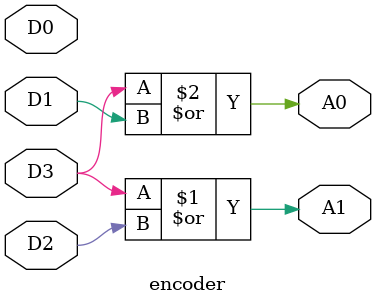
<source format=v>
`timescale 1ns / 1ps

module encoder(D3, D2, D1, D0, A1, A0);
  // 4:2 encoder
  input D3, D2, D1, D0;
  output A1, A0;
  
  or or1(A1, D3, D2);
  or or2(A0, D3, D1);
endmodule
</source>
